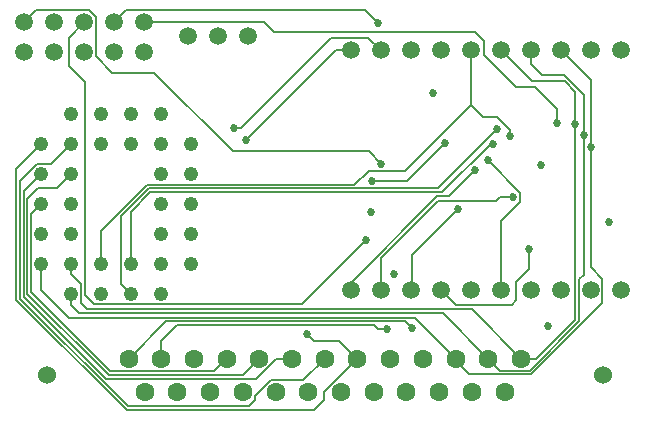
<source format=gbl>
G04 Layer_Physical_Order=2*
G04 Layer_Color=16711680*
%FSAX24Y24*%
%MOIN*%
G70*
G01*
G75*
%ADD15C,0.0060*%
%ADD16C,0.0630*%
%ADD17C,0.0600*%
%ADD18C,0.0480*%
%ADD19C,0.0590*%
%ADD20C,0.0591*%
%ADD21C,0.0270*%
D15*
X037867Y032039D02*
Y033390D01*
X038103Y031646D02*
Y033890D01*
Y027660D02*
Y031646D01*
X037206Y034052D02*
X037867Y033390D01*
X037111Y034882D02*
X038103Y033890D01*
Y027660D02*
X038496Y027267D01*
Y026436D02*
Y027267D01*
X036111Y034422D02*
Y034882D01*
Y034422D02*
X036482Y034052D01*
X037206D01*
X035111Y034882D02*
X036143Y033850D01*
X037237D01*
X035781Y024595D02*
X036289D01*
X020781Y027408D02*
Y027748D01*
Y027408D02*
X021111Y027078D01*
X022450Y027079D02*
X022781Y026748D01*
X021781Y027748D02*
Y028866D01*
X023300Y030386D01*
X022450Y027079D02*
Y029339D01*
X023379Y030268D01*
X023300Y030386D02*
X023302Y030388D01*
X022781Y027748D02*
Y029500D01*
X023429Y030148D01*
X030693Y035300D02*
X031111Y034882D01*
X029440Y035300D02*
X030693D01*
X026612Y031892D02*
X029602Y034882D01*
X030111D01*
X026432Y032292D02*
X029440Y035300D01*
X026208Y032292D02*
X026432D01*
X036130Y024070D02*
X038496Y026436D01*
X036080Y024190D02*
X037726Y025835D01*
Y027246D01*
X037867Y027387D01*
Y032039D01*
X037237Y033850D02*
X037594Y033494D01*
X036289Y024595D02*
X037594Y025900D01*
X033600Y024505D02*
Y024595D01*
Y024505D02*
X034035Y024070D01*
X036130D01*
X034690Y024595D02*
X035095Y024190D01*
X036080D01*
X019781Y026884D02*
Y027748D01*
Y026884D02*
X020702Y025962D01*
X020781Y026374D02*
Y026748D01*
X022702Y024598D02*
X023946Y025842D01*
X023785Y024595D02*
Y025195D01*
X020781Y026374D02*
X021042Y026112D01*
X034138Y026237D02*
X035781Y024595D01*
X033173Y026112D02*
X034690Y024595D01*
X021042Y026112D02*
X033173D01*
X023785Y025195D02*
X024312Y025722D01*
X019450Y029417D02*
X019781Y029748D01*
X019330Y029930D02*
X019672Y030272D01*
X020305D01*
X020781Y030748D01*
X025551Y024180D02*
X025966Y024595D01*
X026504Y024042D02*
X027056Y024595D01*
X027629D02*
X028147D01*
X026957Y023922D02*
X027629Y024595D01*
X019210Y030177D02*
X019781Y030748D01*
X028524Y023881D02*
X029237Y024595D01*
X027434Y023881D02*
X028524D01*
X026916Y023364D02*
X027434Y023881D01*
X026916Y023206D02*
Y023364D01*
X026712Y023002D02*
X026916Y023206D01*
X019090Y030524D02*
X019644Y031078D01*
X020111D01*
X020781Y031748D01*
X019450Y026824D02*
Y029417D01*
Y026824D02*
X022094Y024180D01*
X025551D01*
X019330Y026744D02*
Y029930D01*
Y026744D02*
X022032Y024042D01*
X026504D01*
X019210Y026664D02*
Y030177D01*
Y026664D02*
X021952Y023922D01*
X026957D01*
X019090Y026594D02*
Y030524D01*
Y026594D02*
X022682Y023002D01*
X026712D01*
X018962Y026552D02*
X022632Y022882D01*
X018962Y026552D02*
Y030930D01*
X019781Y031748D01*
X022632Y022882D02*
X028882D01*
X029212Y023212D01*
Y023479D01*
X030328Y024595D01*
X028652Y025412D02*
X028872Y025192D01*
X029730D01*
X030328Y024595D01*
X033382Y030012D02*
X034242Y030872D01*
X035111Y026882D02*
Y029181D01*
X035752Y029822D01*
Y030132D01*
X034682Y031202D02*
X035752Y030132D01*
X033262Y031772D02*
Y031792D01*
X023429Y030148D02*
X033158D01*
X023379Y030268D02*
X033025D01*
X030822Y030502D02*
X031992D01*
X033262Y031772D01*
X037594Y025900D02*
Y033494D01*
X030111Y026882D02*
Y027131D01*
X032992Y030012D01*
X033382D01*
X031111Y026882D02*
Y027962D01*
X033007Y029857D01*
X020702Y034362D02*
Y035299D01*
X021222Y035819D01*
X021111Y026450D02*
X021324Y026237D01*
X021111Y026450D02*
Y027078D01*
X021324Y026237D02*
X034138D01*
X021262Y026702D02*
X021546Y026418D01*
X021262Y026702D02*
Y033802D01*
X020702Y034362D02*
X021262Y033802D01*
X021546Y026418D02*
X028488D01*
X030612Y028542D01*
X033111Y026882D02*
X033601Y026392D01*
X036042Y027583D02*
Y028252D01*
X033601Y026392D02*
X035472D01*
X035622Y026542D01*
Y027163D01*
X036042Y027583D01*
X029617Y030388D02*
X030228D01*
X030702Y030862D01*
X031912D01*
X034111Y033061D01*
Y034882D01*
X033158Y030148D02*
X034772Y031762D01*
X034852D01*
X023302Y030388D02*
X029617D01*
X033025Y030268D02*
X034993Y032236D01*
X034982Y032652D02*
X035412Y032222D01*
Y032002D02*
Y032222D01*
X034111Y033063D02*
Y034882D01*
Y033063D02*
X034522Y032652D01*
X034982D01*
X030702Y031502D02*
X031112Y031092D01*
X026182Y031502D02*
X030702D01*
X023552Y034132D02*
X026182Y031502D01*
X022152Y034132D02*
X023552D01*
X021607Y034677D02*
X022152Y034132D01*
X021607Y034677D02*
Y035979D01*
X021381Y036204D02*
X021607Y035979D01*
X020062Y036204D02*
X021381D01*
X020060Y036202D02*
X020062Y036204D01*
X019605Y036202D02*
X020060D01*
X019222Y035819D02*
X019605Y036202D01*
X032111Y026882D02*
X032152Y026923D01*
Y028042D01*
X033682Y029572D01*
X022607Y036204D02*
X030580D01*
X022222Y035819D02*
X022607Y036204D01*
X030580D02*
X031002Y035782D01*
X036976Y032462D02*
Y032908D01*
X036232Y033652D02*
X036976Y032908D01*
X035602Y033652D02*
X036232D01*
X034552Y034702D02*
X035602Y033652D01*
X034552Y034702D02*
Y035182D01*
X034242Y035492D02*
X034552Y035182D01*
X027542Y035492D02*
X034242D01*
X027215Y035819D02*
X027542Y035492D01*
X023222Y035819D02*
X027215D01*
X024312Y025722D02*
X030872D01*
X032232Y025962D02*
X033600Y024595D01*
X031902Y025842D02*
X032142Y025602D01*
X020702Y025962D02*
X032232D01*
X023946Y025842D02*
X031902D01*
X031022Y025572D02*
X031302D01*
X031346D02*
X031379Y025605D01*
X031302Y025572D02*
X031346D01*
X030872Y025722D02*
X031022Y025572D01*
X033007Y029857D02*
X034957D01*
X035072Y029972D01*
X035502D01*
D16*
X022702Y024598D02*
D03*
X030873Y023476D02*
D03*
X033054D02*
D03*
X031964D02*
D03*
X034145D02*
D03*
X035235D02*
D03*
X029783D02*
D03*
X023239D02*
D03*
X028692D02*
D03*
X027602D02*
D03*
X025420D02*
D03*
X026511D02*
D03*
X024330D02*
D03*
X024875Y024595D02*
D03*
X027056D02*
D03*
X025966D02*
D03*
X028147D02*
D03*
X029237D02*
D03*
X023785D02*
D03*
X030328D02*
D03*
X035781D02*
D03*
X034690D02*
D03*
X032509D02*
D03*
X033600D02*
D03*
X031418D02*
D03*
D17*
X019985Y024035D02*
D03*
X038505D02*
D03*
D18*
X020781Y032748D02*
D03*
X021781D02*
D03*
X022781D02*
D03*
X023781D02*
D03*
X019781Y031748D02*
D03*
X020781D02*
D03*
X021781D02*
D03*
X022781D02*
D03*
X023781D02*
D03*
X024781D02*
D03*
X019781Y030748D02*
D03*
X020781D02*
D03*
X023781D02*
D03*
X024781D02*
D03*
X019781Y029748D02*
D03*
X020781D02*
D03*
X023781D02*
D03*
X024781D02*
D03*
X020781Y027748D02*
D03*
X021781D02*
D03*
X022781D02*
D03*
X023781D02*
D03*
X024781D02*
D03*
X019781D02*
D03*
X020781Y026748D02*
D03*
X021781D02*
D03*
X022781D02*
D03*
X023781D02*
D03*
X024781Y028748D02*
D03*
X023781D02*
D03*
X020781D02*
D03*
X019781D02*
D03*
D19*
X030111Y034882D02*
D03*
X031111D02*
D03*
X032111D02*
D03*
X033111D02*
D03*
X034111D02*
D03*
X035111D02*
D03*
X036111D02*
D03*
X037111D02*
D03*
X038111D02*
D03*
X039111D02*
D03*
Y026882D02*
D03*
X038111D02*
D03*
X037111D02*
D03*
X036111D02*
D03*
X035111D02*
D03*
X034111D02*
D03*
X033111D02*
D03*
X032111D02*
D03*
X031111D02*
D03*
X030111D02*
D03*
D20*
X019222Y035819D02*
D03*
Y034819D02*
D03*
X021222Y035819D02*
D03*
Y034819D02*
D03*
X020222D02*
D03*
Y035819D02*
D03*
X022222D02*
D03*
Y034819D02*
D03*
X023222D02*
D03*
Y035819D02*
D03*
X024686Y035347D02*
D03*
X025686D02*
D03*
X026686D02*
D03*
D21*
X037592Y032433D02*
D03*
X037867Y032039D02*
D03*
X038103Y031646D02*
D03*
X026612Y031892D02*
D03*
X026208Y032292D02*
D03*
X032142Y025602D02*
D03*
X028652Y025412D02*
D03*
X034242Y030872D02*
D03*
X035502Y029972D02*
D03*
X033682Y029572D02*
D03*
X034682Y031202D02*
D03*
X033262Y031792D02*
D03*
X030822Y030502D02*
D03*
X030612Y028542D02*
D03*
X036042Y028252D02*
D03*
X034852Y031762D02*
D03*
X034993Y032236D02*
D03*
X035412Y032002D02*
D03*
X031112Y031092D02*
D03*
X031002Y035782D02*
D03*
X036976Y032462D02*
D03*
X031542Y027412D02*
D03*
X036452Y031062D02*
D03*
X036672Y025672D02*
D03*
X038712Y029162D02*
D03*
X032832Y033442D02*
D03*
X030772Y029482D02*
D03*
X031302Y025572D02*
D03*
M02*

</source>
